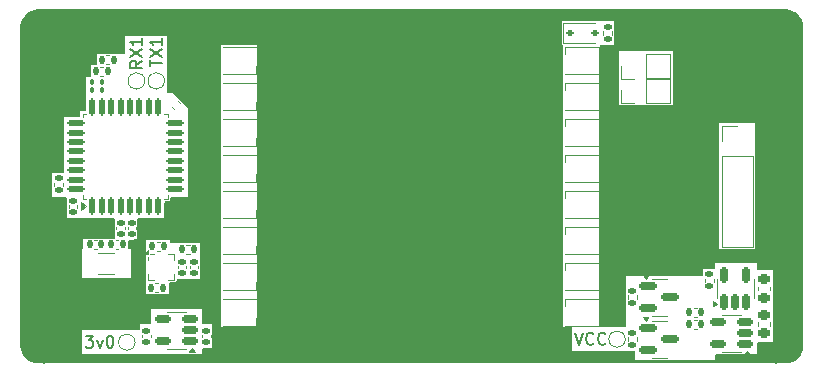
<source format=gbr>
%TF.GenerationSoftware,KiCad,Pcbnew,8.0.6*%
%TF.CreationDate,2025-01-18T09:09:30-05:00*%
%TF.ProjectId,mainboard,6d61696e-626f-4617-9264-2e6b69636164,rev?*%
%TF.SameCoordinates,Original*%
%TF.FileFunction,Legend,Top*%
%TF.FilePolarity,Positive*%
%FSLAX46Y46*%
G04 Gerber Fmt 4.6, Leading zero omitted, Abs format (unit mm)*
G04 Created by KiCad (PCBNEW 8.0.6) date 2025-01-18 09:09:30*
%MOMM*%
%LPD*%
G01*
G04 APERTURE LIST*
G04 Aperture macros list*
%AMRoundRect*
0 Rectangle with rounded corners*
0 $1 Rounding radius*
0 $2 $3 $4 $5 $6 $7 $8 $9 X,Y pos of 4 corners*
0 Add a 4 corners polygon primitive as box body*
4,1,4,$2,$3,$4,$5,$6,$7,$8,$9,$2,$3,0*
0 Add four circle primitives for the rounded corners*
1,1,$1+$1,$2,$3*
1,1,$1+$1,$4,$5*
1,1,$1+$1,$6,$7*
1,1,$1+$1,$8,$9*
0 Add four rect primitives between the rounded corners*
20,1,$1+$1,$2,$3,$4,$5,0*
20,1,$1+$1,$4,$5,$6,$7,0*
20,1,$1+$1,$6,$7,$8,$9,0*
20,1,$1+$1,$8,$9,$2,$3,0*%
G04 Aperture macros list end*
%ADD10C,0.150000*%
%ADD11C,0.120000*%
%ADD12C,0.100000*%
%ADD13RoundRect,0.135000X0.135000X0.185000X-0.135000X0.185000X-0.135000X-0.185000X0.135000X-0.185000X0*%
%ADD14RoundRect,0.135000X-0.135000X-0.185000X0.135000X-0.185000X0.135000X0.185000X-0.135000X0.185000X0*%
%ADD15RoundRect,0.150000X0.150000X-0.512500X0.150000X0.512500X-0.150000X0.512500X-0.150000X-0.512500X0*%
%ADD16RoundRect,0.125000X0.125000X-0.625000X0.125000X0.625000X-0.125000X0.625000X-0.125000X-0.625000X0*%
%ADD17RoundRect,0.125000X0.625000X-0.125000X0.625000X0.125000X-0.625000X0.125000X-0.625000X-0.125000X0*%
%ADD18R,1.350000X1.350000*%
%ADD19O,1.350000X1.350000*%
%ADD20RoundRect,0.150000X0.512500X0.150000X-0.512500X0.150000X-0.512500X-0.150000X0.512500X-0.150000X0*%
%ADD21R,0.700000X0.700000*%
%ADD22R,1.700000X1.700000*%
%ADD23O,1.700000X1.700000*%
%ADD24RoundRect,0.140000X-0.170000X0.140000X-0.170000X-0.140000X0.170000X-0.140000X0.170000X0.140000X0*%
%ADD25RoundRect,0.150000X-0.587500X-0.150000X0.587500X-0.150000X0.587500X0.150000X-0.587500X0.150000X0*%
%ADD26RoundRect,0.140000X0.170000X-0.140000X0.170000X0.140000X-0.170000X0.140000X-0.170000X-0.140000X0*%
%ADD27RoundRect,0.225000X-0.250000X0.225000X-0.250000X-0.225000X0.250000X-0.225000X0.250000X0.225000X0*%
%ADD28R,1.000000X1.800000*%
%ADD29R,0.375000X0.350000*%
%ADD30R,0.350000X0.375000*%
%ADD31RoundRect,0.112500X-0.187500X-0.112500X0.187500X-0.112500X0.187500X0.112500X-0.187500X0.112500X0*%
%ADD32C,1.000000*%
%ADD33R,0.170000X0.350000*%
%ADD34RoundRect,0.140000X-0.140000X-0.170000X0.140000X-0.170000X0.140000X0.170000X-0.140000X0.170000X0*%
%ADD35RoundRect,0.135000X0.185000X-0.135000X0.185000X0.135000X-0.185000X0.135000X-0.185000X-0.135000X0*%
%ADD36RoundRect,0.135000X-0.185000X0.135000X-0.185000X-0.135000X0.185000X-0.135000X0.185000X0.135000X0*%
%ADD37RoundRect,0.100000X0.100000X-0.130000X0.100000X0.130000X-0.100000X0.130000X-0.100000X-0.130000X0*%
%ADD38RoundRect,0.140000X0.140000X0.170000X-0.140000X0.170000X-0.140000X-0.170000X0.140000X-0.170000X0*%
%ADD39RoundRect,0.140000X-0.219203X-0.021213X-0.021213X-0.219203X0.219203X0.021213X0.021213X0.219203X0*%
G04 APERTURE END LIST*
D10*
X216662000Y-76200000D02*
X216662000Y-106172000D01*
X154686000Y-76200000D02*
X154686000Y-106172000D01*
X173101000Y-76454000D02*
X198247000Y-76454000D01*
X198247000Y-105918000D01*
X173101000Y-105918000D01*
X173101000Y-76454000D01*
X158194524Y-103848819D02*
X158813571Y-103848819D01*
X158813571Y-103848819D02*
X158480238Y-104229771D01*
X158480238Y-104229771D02*
X158623095Y-104229771D01*
X158623095Y-104229771D02*
X158718333Y-104277390D01*
X158718333Y-104277390D02*
X158765952Y-104325009D01*
X158765952Y-104325009D02*
X158813571Y-104420247D01*
X158813571Y-104420247D02*
X158813571Y-104658342D01*
X158813571Y-104658342D02*
X158765952Y-104753580D01*
X158765952Y-104753580D02*
X158718333Y-104801200D01*
X158718333Y-104801200D02*
X158623095Y-104848819D01*
X158623095Y-104848819D02*
X158337381Y-104848819D01*
X158337381Y-104848819D02*
X158242143Y-104801200D01*
X158242143Y-104801200D02*
X158194524Y-104753580D01*
X159146905Y-104182152D02*
X159385000Y-104848819D01*
X159385000Y-104848819D02*
X159623095Y-104182152D01*
X160194524Y-103848819D02*
X160289762Y-103848819D01*
X160289762Y-103848819D02*
X160385000Y-103896438D01*
X160385000Y-103896438D02*
X160432619Y-103944057D01*
X160432619Y-103944057D02*
X160480238Y-104039295D01*
X160480238Y-104039295D02*
X160527857Y-104229771D01*
X160527857Y-104229771D02*
X160527857Y-104467866D01*
X160527857Y-104467866D02*
X160480238Y-104658342D01*
X160480238Y-104658342D02*
X160432619Y-104753580D01*
X160432619Y-104753580D02*
X160385000Y-104801200D01*
X160385000Y-104801200D02*
X160289762Y-104848819D01*
X160289762Y-104848819D02*
X160194524Y-104848819D01*
X160194524Y-104848819D02*
X160099286Y-104801200D01*
X160099286Y-104801200D02*
X160051667Y-104753580D01*
X160051667Y-104753580D02*
X160004048Y-104658342D01*
X160004048Y-104658342D02*
X159956429Y-104467866D01*
X159956429Y-104467866D02*
X159956429Y-104229771D01*
X159956429Y-104229771D02*
X160004048Y-104039295D01*
X160004048Y-104039295D02*
X160051667Y-103944057D01*
X160051667Y-103944057D02*
X160099286Y-103896438D01*
X160099286Y-103896438D02*
X160194524Y-103848819D01*
X199606067Y-103594819D02*
X199939400Y-104594819D01*
X199939400Y-104594819D02*
X200272733Y-103594819D01*
X201177495Y-104499580D02*
X201129876Y-104547200D01*
X201129876Y-104547200D02*
X200987019Y-104594819D01*
X200987019Y-104594819D02*
X200891781Y-104594819D01*
X200891781Y-104594819D02*
X200748924Y-104547200D01*
X200748924Y-104547200D02*
X200653686Y-104451961D01*
X200653686Y-104451961D02*
X200606067Y-104356723D01*
X200606067Y-104356723D02*
X200558448Y-104166247D01*
X200558448Y-104166247D02*
X200558448Y-104023390D01*
X200558448Y-104023390D02*
X200606067Y-103832914D01*
X200606067Y-103832914D02*
X200653686Y-103737676D01*
X200653686Y-103737676D02*
X200748924Y-103642438D01*
X200748924Y-103642438D02*
X200891781Y-103594819D01*
X200891781Y-103594819D02*
X200987019Y-103594819D01*
X200987019Y-103594819D02*
X201129876Y-103642438D01*
X201129876Y-103642438D02*
X201177495Y-103690057D01*
X202177495Y-104499580D02*
X202129876Y-104547200D01*
X202129876Y-104547200D02*
X201987019Y-104594819D01*
X201987019Y-104594819D02*
X201891781Y-104594819D01*
X201891781Y-104594819D02*
X201748924Y-104547200D01*
X201748924Y-104547200D02*
X201653686Y-104451961D01*
X201653686Y-104451961D02*
X201606067Y-104356723D01*
X201606067Y-104356723D02*
X201558448Y-104166247D01*
X201558448Y-104166247D02*
X201558448Y-104023390D01*
X201558448Y-104023390D02*
X201606067Y-103832914D01*
X201606067Y-103832914D02*
X201653686Y-103737676D01*
X201653686Y-103737676D02*
X201748924Y-103642438D01*
X201748924Y-103642438D02*
X201891781Y-103594819D01*
X201891781Y-103594819D02*
X201987019Y-103594819D01*
X201987019Y-103594819D02*
X202129876Y-103642438D01*
X202129876Y-103642438D02*
X202177495Y-103690057D01*
X163615019Y-81044894D02*
X163615019Y-80473466D01*
X164615019Y-80759180D02*
X163615019Y-80759180D01*
X163615019Y-80235370D02*
X164615019Y-79568704D01*
X163615019Y-79568704D02*
X164615019Y-80235370D01*
X164615019Y-78663942D02*
X164615019Y-79235370D01*
X164615019Y-78949656D02*
X163615019Y-78949656D01*
X163615019Y-78949656D02*
X163757876Y-79044894D01*
X163757876Y-79044894D02*
X163853114Y-79140132D01*
X163853114Y-79140132D02*
X163900733Y-79235370D01*
X162938619Y-80576657D02*
X162462428Y-80909990D01*
X162938619Y-81148085D02*
X161938619Y-81148085D01*
X161938619Y-81148085D02*
X161938619Y-80767133D01*
X161938619Y-80767133D02*
X161986238Y-80671895D01*
X161986238Y-80671895D02*
X162033857Y-80624276D01*
X162033857Y-80624276D02*
X162129095Y-80576657D01*
X162129095Y-80576657D02*
X162271952Y-80576657D01*
X162271952Y-80576657D02*
X162367190Y-80624276D01*
X162367190Y-80624276D02*
X162414809Y-80671895D01*
X162414809Y-80671895D02*
X162462428Y-80767133D01*
X162462428Y-80767133D02*
X162462428Y-81148085D01*
X161938619Y-80243323D02*
X162938619Y-79576657D01*
X161938619Y-79576657D02*
X162938619Y-80243323D01*
X162938619Y-78671895D02*
X162938619Y-79243323D01*
X162938619Y-78957609D02*
X161938619Y-78957609D01*
X161938619Y-78957609D02*
X162081476Y-79052847D01*
X162081476Y-79052847D02*
X162176714Y-79148085D01*
X162176714Y-79148085D02*
X162224333Y-79243323D01*
D11*
%TO.C,R5*%
X209957641Y-102490000D02*
X209650359Y-102490000D01*
X209957641Y-103250000D02*
X209650359Y-103250000D01*
%TO.C,R13*%
X159383759Y-81077800D02*
X159691041Y-81077800D01*
X159383759Y-81837800D02*
X159691041Y-81837800D01*
%TO.C,U5*%
X211622200Y-99822000D02*
X211622200Y-99022000D01*
X211622200Y-99822000D02*
X211622200Y-100622000D01*
X214742200Y-99822000D02*
X214742200Y-99022000D01*
X214742200Y-99822000D02*
X214742200Y-100622000D01*
X211672200Y-101122000D02*
X211342200Y-101362000D01*
X211342200Y-100882000D01*
X211672200Y-101122000D01*
G36*
X211672200Y-101122000D02*
G01*
X211342200Y-101362000D01*
X211342200Y-100882000D01*
X211672200Y-101122000D01*
G37*
%TO.C,U4*%
X157934000Y-85036000D02*
X158234000Y-85036000D01*
X157934000Y-85336000D02*
X157934000Y-85036000D01*
X157934000Y-91956000D02*
X157934000Y-92256000D01*
X157934000Y-92256000D02*
X158234000Y-92256000D01*
X165154000Y-85036000D02*
X164854000Y-85036000D01*
X165154000Y-85336000D02*
X165154000Y-85036000D01*
X165154000Y-91956000D02*
X165154000Y-92256000D01*
X165154000Y-92256000D02*
X164854000Y-92256000D01*
X158234000Y-92858500D02*
X157764000Y-93198500D01*
X157764000Y-92518500D01*
X158234000Y-92858500D01*
G36*
X158234000Y-92858500D02*
G01*
X157764000Y-93198500D01*
X157764000Y-92518500D01*
X158234000Y-92858500D01*
G37*
%TO.C,R6*%
X164184359Y-95886000D02*
X164491641Y-95886000D01*
X164184359Y-96646000D02*
X164491641Y-96646000D01*
%TO.C,J3*%
X203537000Y-82086000D02*
X203537000Y-81026000D01*
X204597000Y-82086000D02*
X203537000Y-82086000D01*
X205597000Y-79966000D02*
X207657000Y-79966000D01*
X205597000Y-82086000D02*
X205597000Y-79966000D01*
X205597000Y-82086000D02*
X207657000Y-82086000D01*
X207657000Y-82086000D02*
X207657000Y-79966000D01*
%TO.C,U1*%
X165862000Y-101818000D02*
X165062000Y-101818000D01*
X165862000Y-101818000D02*
X166662000Y-101818000D01*
X165862000Y-104938000D02*
X165062000Y-104938000D01*
X165862000Y-104938000D02*
X166662000Y-104938000D01*
X167402000Y-105218000D02*
X166922000Y-105218000D01*
X167162000Y-104888000D01*
X167402000Y-105218000D01*
G36*
X167402000Y-105218000D02*
G01*
X166922000Y-105218000D01*
X167162000Y-104888000D01*
X167402000Y-105218000D01*
G37*
%TO.C,R7*%
X164031959Y-99416600D02*
X164339241Y-99416600D01*
X164031959Y-100176600D02*
X164339241Y-100176600D01*
%TO.C,D2*%
X172616000Y-82416000D02*
X169776000Y-82416000D01*
X172616000Y-84716000D02*
X169776000Y-84716000D01*
X172616000Y-84716000D02*
X172616000Y-84066000D01*
%TO.C,J1*%
X212030000Y-86056000D02*
X213360000Y-86056000D01*
X212030000Y-87386000D02*
X212030000Y-86056000D01*
X212030000Y-88656000D02*
X212030000Y-96336000D01*
X212030000Y-88656000D02*
X214690000Y-88656000D01*
X212030000Y-96336000D02*
X214690000Y-96336000D01*
X214690000Y-88656000D02*
X214690000Y-96336000D01*
%TO.C,C3*%
X165984600Y-97936164D02*
X165984600Y-98151836D01*
X166704600Y-97936164D02*
X166704600Y-98151836D01*
%TO.C,C4*%
X167000600Y-97936164D02*
X167000600Y-98151836D01*
X167720600Y-97936164D02*
X167720600Y-98151836D01*
%TO.C,Q2*%
X206756000Y-99024000D02*
X206106000Y-99024000D01*
X206756000Y-99024000D02*
X207406000Y-99024000D01*
X206756000Y-102144000D02*
X206106000Y-102144000D01*
X206756000Y-102144000D02*
X207406000Y-102144000D01*
X205593500Y-99074000D02*
X205353500Y-98744000D01*
X205833500Y-98744000D01*
X205593500Y-99074000D01*
G36*
X205593500Y-99074000D02*
G01*
X205353500Y-98744000D01*
X205833500Y-98744000D01*
X205593500Y-99074000D01*
G37*
%TO.C,C10*%
X160777600Y-94849836D02*
X160777600Y-94634164D01*
X161497600Y-94849836D02*
X161497600Y-94634164D01*
%TO.C,D7*%
X172616000Y-97656000D02*
X169776000Y-97656000D01*
X172616000Y-99956000D02*
X169776000Y-99956000D01*
X172616000Y-99956000D02*
X172616000Y-99306000D01*
%TO.C,C15*%
X215136000Y-102704020D02*
X215136000Y-102985180D01*
X216156000Y-102704020D02*
X216156000Y-102985180D01*
%TO.C,Y1*%
X159243400Y-96864200D02*
X160593400Y-96864200D01*
X159243400Y-98614200D02*
X160593400Y-98614200D01*
%TO.C,R2*%
X167006241Y-96140000D02*
X166698959Y-96140000D01*
X167006241Y-96900000D02*
X166698959Y-96900000D01*
%TO.C,U2*%
X212852000Y-102072000D02*
X212052000Y-102072000D01*
X212852000Y-102072000D02*
X213652000Y-102072000D01*
X212852000Y-105192000D02*
X212052000Y-105192000D01*
X212852000Y-105192000D02*
X213652000Y-105192000D01*
X214392000Y-105472000D02*
X213912000Y-105472000D01*
X214152000Y-105142000D01*
X214392000Y-105472000D01*
G36*
X214392000Y-105472000D02*
G01*
X213912000Y-105472000D01*
X214152000Y-105142000D01*
X214392000Y-105472000D01*
G37*
%TO.C,U3*%
X163466600Y-96944000D02*
X163466600Y-96944000D01*
X163466600Y-97444000D02*
X163466600Y-97144000D01*
X163466600Y-98644000D02*
X163466600Y-98644000D01*
X163466600Y-99144000D02*
X163466600Y-98644000D01*
X163966600Y-96944000D02*
X163666600Y-96944000D01*
X163966600Y-99144000D02*
X163466600Y-99144000D01*
X165166600Y-96944000D02*
X165666600Y-96944000D01*
X165166600Y-99144000D02*
X165166600Y-99144000D01*
X165666600Y-96944000D02*
X165666600Y-97444000D01*
X165666600Y-97444000D02*
X165666600Y-97444000D01*
X165666600Y-98644000D02*
X165666600Y-99144000D01*
X165666600Y-99144000D02*
X165166600Y-99144000D01*
X163466600Y-96944000D02*
X163106600Y-96944000D01*
X163466600Y-96584000D01*
X163466600Y-96944000D01*
G36*
X163466600Y-96944000D02*
G01*
X163106600Y-96944000D01*
X163466600Y-96584000D01*
X163466600Y-96944000D01*
G37*
%TO.C,D33*%
X198635000Y-77382000D02*
X198635000Y-79082000D01*
X198635000Y-77382000D02*
X201295000Y-77382000D01*
X198635000Y-79082000D02*
X201295000Y-79082000D01*
%TO.C,D3*%
X172616000Y-85464000D02*
X169776000Y-85464000D01*
X172616000Y-87764000D02*
X169776000Y-87764000D01*
X172616000Y-87764000D02*
X172616000Y-87114000D01*
%TO.C,C8*%
X168042000Y-103993836D02*
X168042000Y-103778164D01*
X168762000Y-103993836D02*
X168762000Y-103778164D01*
%TO.C,3v0*%
X162371000Y-104394000D02*
G75*
G02*
X160971000Y-104394000I-700000J0D01*
G01*
X160971000Y-104394000D02*
G75*
G02*
X162371000Y-104394000I700000J0D01*
G01*
D12*
%TO.C,IC1*%
X210204000Y-102940000D02*
X210204000Y-102940000D01*
X210204000Y-103040000D02*
X210204000Y-103040000D01*
X210204000Y-102940000D02*
G75*
G02*
X210204000Y-103040000I0J-50000D01*
G01*
X210204000Y-103040000D02*
G75*
G02*
X210204000Y-102940000I0J50000D01*
G01*
D11*
%TO.C,D9*%
X198732000Y-100704000D02*
X198732000Y-101354000D01*
X198732000Y-100704000D02*
X201572000Y-100704000D01*
X198732000Y-103004000D02*
X201572000Y-103004000D01*
%TO.C,J2*%
X203537000Y-84118000D02*
X203537000Y-83058000D01*
X204597000Y-84118000D02*
X203537000Y-84118000D01*
X205597000Y-81998000D02*
X207657000Y-81998000D01*
X205597000Y-84118000D02*
X205597000Y-81998000D01*
X205597000Y-84118000D02*
X207657000Y-84118000D01*
X207657000Y-84118000D02*
X207657000Y-81998000D01*
%TO.C,D16*%
X198732000Y-79368000D02*
X198732000Y-80018000D01*
X198732000Y-79368000D02*
X201572000Y-79368000D01*
X198732000Y-81668000D02*
X201572000Y-81668000D01*
%TO.C,C12*%
X158896164Y-95753600D02*
X159111836Y-95753600D01*
X158896164Y-96473600D02*
X159111836Y-96473600D01*
%TO.C,D11*%
X198732000Y-94608000D02*
X198732000Y-95258000D01*
X198732000Y-94608000D02*
X201572000Y-94608000D01*
X198732000Y-96908000D02*
X201572000Y-96908000D01*
%TO.C,D14*%
X198732000Y-85464000D02*
X198732000Y-86114000D01*
X198732000Y-85464000D02*
X201572000Y-85464000D01*
X198732000Y-87764000D02*
X201572000Y-87764000D01*
%TO.C,R8*%
X210592400Y-99315241D02*
X210592400Y-99007959D01*
X211352400Y-99315241D02*
X211352400Y-99007959D01*
%TO.C,TP9*%
X203874600Y-104140000D02*
G75*
G02*
X202474600Y-104140000I-700000J0D01*
G01*
X202474600Y-104140000D02*
G75*
G02*
X203874600Y-104140000I700000J0D01*
G01*
%TO.C,R14*%
X159891759Y-80112600D02*
X160199041Y-80112600D01*
X159891759Y-80872600D02*
X160199041Y-80872600D01*
%TO.C,TX1*%
X164860200Y-82270600D02*
G75*
G02*
X163460200Y-82270600I-700000J0D01*
G01*
X163460200Y-82270600D02*
G75*
G02*
X164860200Y-82270600I700000J0D01*
G01*
%TO.C,R10*%
X202007200Y-78078359D02*
X202007200Y-78385641D01*
X202767200Y-78078359D02*
X202767200Y-78385641D01*
%TO.C,C14*%
X215136000Y-99706820D02*
X215136000Y-99987980D01*
X216156000Y-99706820D02*
X216156000Y-99987980D01*
%TO.C,D1*%
X172616000Y-79368000D02*
X169776000Y-79368000D01*
X172616000Y-81668000D02*
X169776000Y-81668000D01*
X172616000Y-81668000D02*
X172616000Y-81018000D01*
%TO.C,R4*%
X155525200Y-91187241D02*
X155525200Y-90879959D01*
X156285200Y-91187241D02*
X156285200Y-90879959D01*
%TO.C,C13*%
X160940636Y-95753600D02*
X160724964Y-95753600D01*
X160940636Y-96473600D02*
X160724964Y-96473600D01*
%TO.C,D4*%
X172616000Y-88512000D02*
X169776000Y-88512000D01*
X172616000Y-90812000D02*
X169776000Y-90812000D01*
X172616000Y-90812000D02*
X172616000Y-90162000D01*
%TO.C,D6*%
X172616000Y-94608000D02*
X169776000Y-94608000D01*
X172616000Y-96908000D02*
X169776000Y-96908000D01*
X172616000Y-96908000D02*
X172616000Y-96258000D01*
%TO.C,D8*%
X172616000Y-100704000D02*
X169776000Y-100704000D01*
X172616000Y-103004000D02*
X169776000Y-103004000D01*
X172616000Y-103004000D02*
X172616000Y-102354000D01*
%TO.C,C6*%
X156764400Y-93021036D02*
X156764400Y-92805364D01*
X157484400Y-93021036D02*
X157484400Y-92805364D01*
%TO.C,RX1*%
X163183800Y-82270600D02*
G75*
G02*
X161783800Y-82270600I-700000J0D01*
G01*
X161783800Y-82270600D02*
G75*
G02*
X163183800Y-82270600I700000J0D01*
G01*
%TO.C,D13*%
X198732000Y-88512000D02*
X198732000Y-89162000D01*
X198732000Y-88512000D02*
X201572000Y-88512000D01*
X198732000Y-90812000D02*
X201572000Y-90812000D01*
%TO.C,D5*%
X172616000Y-91560000D02*
X169776000Y-91560000D01*
X172616000Y-93860000D02*
X169776000Y-93860000D01*
X172616000Y-93860000D02*
X172616000Y-93210000D01*
%TO.C,D12*%
X198732000Y-91560000D02*
X198732000Y-92210000D01*
X198732000Y-91560000D02*
X201572000Y-91560000D01*
X198732000Y-93860000D02*
X201572000Y-93860000D01*
%TO.C,R11*%
X209957641Y-101474000D02*
X209650359Y-101474000D01*
X209957641Y-102234000D02*
X209650359Y-102234000D01*
%TO.C,R9*%
X204090000Y-100737641D02*
X204090000Y-100430359D01*
X204850000Y-100737641D02*
X204850000Y-100430359D01*
%TO.C,R1*%
X204090000Y-104293641D02*
X204090000Y-103986359D01*
X204850000Y-104293641D02*
X204850000Y-103986359D01*
%TO.C,Q1*%
X206756000Y-102580000D02*
X206106000Y-102580000D01*
X206756000Y-102580000D02*
X207406000Y-102580000D01*
X206756000Y-105700000D02*
X206106000Y-105700000D01*
X206756000Y-105700000D02*
X207406000Y-105700000D01*
X205593500Y-102630000D02*
X205353500Y-102300000D01*
X205833500Y-102300000D01*
X205593500Y-102630000D01*
G36*
X205593500Y-102630000D02*
G01*
X205353500Y-102300000D01*
X205833500Y-102300000D01*
X205593500Y-102630000D01*
G37*
%TO.C,D15*%
X198732000Y-82416000D02*
X198732000Y-83066000D01*
X198732000Y-82416000D02*
X201572000Y-82416000D01*
X198732000Y-84716000D02*
X201572000Y-84716000D01*
%TO.C,C9*%
X162962000Y-103993836D02*
X162962000Y-103778164D01*
X163682000Y-103993836D02*
X163682000Y-103778164D01*
%TO.C,C7*%
X161742800Y-94634164D02*
X161742800Y-94849836D01*
X162462800Y-94634164D02*
X162462800Y-94849836D01*
%TO.C,C5*%
X165531190Y-84506307D02*
X165683693Y-84658810D01*
X166040307Y-83997190D02*
X166192810Y-84149693D01*
%TO.C,D10*%
X198732000Y-97656000D02*
X198732000Y-98306000D01*
X198732000Y-97656000D02*
X201572000Y-97656000D01*
X198732000Y-99956000D02*
X201572000Y-99956000D01*
%TD*%
G36*
X217425223Y-76200024D02*
G01*
X217535222Y-76202181D01*
X217552189Y-76203684D01*
X217770680Y-76238290D01*
X217789600Y-76242832D01*
X217998827Y-76310813D01*
X218016804Y-76318259D01*
X218212826Y-76418138D01*
X218229416Y-76428305D01*
X218407393Y-76557612D01*
X218422189Y-76570249D01*
X218577750Y-76725810D01*
X218590387Y-76740606D01*
X218719694Y-76918583D01*
X218729861Y-76935173D01*
X218829740Y-77131195D01*
X218837186Y-77149172D01*
X218905167Y-77358399D01*
X218909709Y-77377319D01*
X218944315Y-77595810D01*
X218945818Y-77612776D01*
X218947976Y-77722776D01*
X218948000Y-77725208D01*
X218948000Y-104646791D01*
X218947976Y-104649223D01*
X218945818Y-104759223D01*
X218944315Y-104776189D01*
X218909709Y-104994680D01*
X218905167Y-105013600D01*
X218837186Y-105222827D01*
X218829740Y-105240804D01*
X218729861Y-105436826D01*
X218719694Y-105453416D01*
X218590387Y-105631393D01*
X218577750Y-105646189D01*
X218422189Y-105801750D01*
X218407393Y-105814387D01*
X218229416Y-105943694D01*
X218212826Y-105953861D01*
X218016804Y-106053740D01*
X217998827Y-106061186D01*
X217789600Y-106129167D01*
X217770680Y-106133709D01*
X217552189Y-106168315D01*
X217535223Y-106169818D01*
X217425224Y-106171976D01*
X217422792Y-106172000D01*
X154179208Y-106172000D01*
X154176776Y-106171976D01*
X154066776Y-106169818D01*
X154049810Y-106168315D01*
X153831319Y-106133709D01*
X153812399Y-106129167D01*
X153603172Y-106061186D01*
X153585195Y-106053740D01*
X153389173Y-105953861D01*
X153372583Y-105943694D01*
X153194606Y-105814387D01*
X153179810Y-105801750D01*
X153024249Y-105646189D01*
X153011612Y-105631393D01*
X152882305Y-105453416D01*
X152872138Y-105436826D01*
X152772259Y-105240804D01*
X152764813Y-105222827D01*
X152696832Y-105013600D01*
X152692290Y-104994680D01*
X152657684Y-104776189D01*
X152656181Y-104759222D01*
X152654024Y-104649222D01*
X152654000Y-104646791D01*
X152654000Y-103378000D01*
X157861000Y-103378000D01*
X157861000Y-105410000D01*
X168021000Y-105410000D01*
X168021000Y-105026000D01*
X168040685Y-104958961D01*
X168093489Y-104913206D01*
X168145000Y-104902000D01*
X168910000Y-104902000D01*
X168910000Y-103124000D01*
X169672000Y-103124000D01*
X172720000Y-103124000D01*
X172720000Y-79248000D01*
X198501000Y-79248000D01*
X198504000Y-79248000D01*
X198571039Y-79267685D01*
X198616794Y-79320489D01*
X198628000Y-79372000D01*
X198628000Y-103124000D01*
X199266000Y-103124000D01*
X199333039Y-103143685D01*
X199378794Y-103196489D01*
X199390000Y-103248000D01*
X199390000Y-105156000D01*
X204600000Y-105156000D01*
X204667039Y-105175685D01*
X204712794Y-105228489D01*
X204724000Y-105280000D01*
X204724000Y-105918000D01*
X211455000Y-105918000D01*
X211455000Y-105534000D01*
X211474685Y-105466961D01*
X211527489Y-105421206D01*
X211579000Y-105410000D01*
X215011000Y-105410000D01*
X215011000Y-104518000D01*
X215030685Y-104450961D01*
X215083489Y-104405206D01*
X215135000Y-104394000D01*
X216408000Y-104394000D01*
X216408000Y-98298000D01*
X215135000Y-98298000D01*
X215067961Y-98278315D01*
X215022206Y-98225511D01*
X215011000Y-98174000D01*
X215011000Y-97663000D01*
X211455000Y-97663000D01*
X211455000Y-98047000D01*
X211435315Y-98114039D01*
X211382511Y-98159794D01*
X211331000Y-98171000D01*
X210439000Y-98171000D01*
X210439000Y-98682000D01*
X210419315Y-98749039D01*
X210366511Y-98794794D01*
X210315000Y-98806000D01*
X203962000Y-98806000D01*
X203962000Y-103000000D01*
X203942315Y-103067039D01*
X203889511Y-103112794D01*
X203838000Y-103124000D01*
X201800000Y-103124000D01*
X201732961Y-103104315D01*
X201687206Y-103051511D01*
X201676000Y-103000000D01*
X201676000Y-96520000D01*
X211836000Y-96520000D01*
X214884000Y-96520000D01*
X214884000Y-85852000D01*
X211836000Y-85852000D01*
X211836000Y-96520000D01*
X201676000Y-96520000D01*
X201676000Y-84328000D01*
X203327000Y-84328000D01*
X207899000Y-84328000D01*
X207899000Y-79756000D01*
X203327000Y-79756000D01*
X203327000Y-84328000D01*
X201676000Y-84328000D01*
X201676000Y-79372000D01*
X201695685Y-79304961D01*
X201748489Y-79259206D01*
X201800000Y-79248000D01*
X202946000Y-79248000D01*
X202946000Y-77216000D01*
X198501000Y-77216000D01*
X198501000Y-79248000D01*
X172720000Y-79248000D01*
X169672000Y-79248000D01*
X169672000Y-103124000D01*
X168910000Y-103124000D01*
X168910000Y-102870000D01*
X168145000Y-102870000D01*
X168077961Y-102850315D01*
X168032206Y-102797511D01*
X168021000Y-102746000D01*
X168021000Y-101600000D01*
X163703000Y-101600000D01*
X163703000Y-102746000D01*
X163683315Y-102813039D01*
X163630511Y-102858794D01*
X163579000Y-102870000D01*
X162814000Y-102870000D01*
X162814000Y-103254000D01*
X162794315Y-103321039D01*
X162741511Y-103366794D01*
X162690000Y-103378000D01*
X157861000Y-103378000D01*
X152654000Y-103378000D01*
X152654000Y-100330000D01*
X163322000Y-100330000D01*
X165227000Y-100330000D01*
X165227000Y-99438000D01*
X165246685Y-99370961D01*
X165299489Y-99325206D01*
X165351000Y-99314000D01*
X165862000Y-99314000D01*
X165862000Y-99184000D01*
X165881685Y-99116961D01*
X165934489Y-99071206D01*
X165986000Y-99060000D01*
X167894000Y-99060000D01*
X167894000Y-96012000D01*
X165478000Y-96012000D01*
X165410961Y-95992315D01*
X165365206Y-95939511D01*
X165354000Y-95888000D01*
X165354000Y-95758000D01*
X163322000Y-95758000D01*
X163322000Y-100330000D01*
X152654000Y-100330000D01*
X152654000Y-90043000D01*
X155321000Y-90043000D01*
X155321000Y-92075000D01*
X156467000Y-92075000D01*
X156534039Y-92094685D01*
X156579794Y-92147489D01*
X156591000Y-92199000D01*
X156591000Y-93853000D01*
X160531000Y-93853000D01*
X160598039Y-93872685D01*
X160643794Y-93925489D01*
X160655000Y-93977000D01*
X160655000Y-95507000D01*
X160635315Y-95574039D01*
X160582511Y-95619794D01*
X160531000Y-95631000D01*
X157988000Y-95631000D01*
X157988000Y-96396000D01*
X157968315Y-96463039D01*
X157915511Y-96508794D01*
X157864000Y-96520000D01*
X157861000Y-96520000D01*
X157861000Y-98933000D01*
X162052000Y-98933000D01*
X162052000Y-96520000D01*
X161922000Y-96520000D01*
X161854961Y-96500315D01*
X161809206Y-96447511D01*
X161798000Y-96396000D01*
X161798000Y-95863043D01*
X161817685Y-95796004D01*
X161870489Y-95750249D01*
X161901615Y-95740730D01*
X162559999Y-95630999D01*
X162560000Y-95630999D01*
X162560000Y-93977000D01*
X162579685Y-93909961D01*
X162632489Y-93864206D01*
X162684000Y-93853000D01*
X164846000Y-93853000D01*
X164846000Y-92580000D01*
X164865685Y-92512961D01*
X164918489Y-92467206D01*
X164970000Y-92456000D01*
X165354000Y-92456000D01*
X165354000Y-92199000D01*
X165373685Y-92131961D01*
X165426489Y-92086206D01*
X165478000Y-92075000D01*
X166878000Y-92075000D01*
X166878000Y-84582000D01*
X165608000Y-83312000D01*
X165224000Y-83312000D01*
X165156961Y-83292315D01*
X165111206Y-83239511D01*
X165100000Y-83188000D01*
X165100000Y-78486000D01*
X161544000Y-78486000D01*
X161544000Y-79886000D01*
X161524315Y-79953039D01*
X161471511Y-79998794D01*
X161420000Y-80010000D01*
X159131000Y-80010000D01*
X159131000Y-80775000D01*
X159111315Y-80842039D01*
X159058511Y-80887794D01*
X159007000Y-80899000D01*
X158623000Y-80899000D01*
X158623000Y-81791000D01*
X158603315Y-81858039D01*
X158550511Y-81903794D01*
X158499000Y-81915000D01*
X158242000Y-81915000D01*
X158242000Y-84712000D01*
X158222315Y-84779039D01*
X158169511Y-84824794D01*
X158118000Y-84836000D01*
X157734000Y-84836000D01*
X157734000Y-85220000D01*
X157714315Y-85287039D01*
X157661511Y-85332794D01*
X157610000Y-85344000D01*
X156337000Y-85344000D01*
X156337000Y-89919000D01*
X156317315Y-89986039D01*
X156264511Y-90031794D01*
X156213000Y-90043000D01*
X155321000Y-90043000D01*
X152654000Y-90043000D01*
X152654000Y-77725208D01*
X152654024Y-77722777D01*
X152656181Y-77612777D01*
X152657684Y-77595810D01*
X152692290Y-77377319D01*
X152696832Y-77358399D01*
X152764813Y-77149172D01*
X152772259Y-77131195D01*
X152872138Y-76935173D01*
X152882305Y-76918583D01*
X153011612Y-76740606D01*
X153024249Y-76725810D01*
X153179810Y-76570249D01*
X153194606Y-76557612D01*
X153372583Y-76428305D01*
X153389173Y-76418138D01*
X153585195Y-76318259D01*
X153603172Y-76310813D01*
X153812399Y-76242832D01*
X153831319Y-76238290D01*
X154049810Y-76203684D01*
X154066777Y-76202181D01*
X154176777Y-76200024D01*
X154179208Y-76200000D01*
X217422792Y-76200000D01*
X217425223Y-76200024D01*
G37*
%LPC*%
D13*
%TO.C,R5*%
X210314000Y-102870000D03*
X209294000Y-102870000D03*
%TD*%
D14*
%TO.C,R13*%
X159027400Y-81457800D03*
X160047400Y-81457800D03*
%TD*%
D15*
%TO.C,U5*%
X212232200Y-100959500D03*
X213182200Y-100959500D03*
X214132200Y-100959500D03*
X214132200Y-98684500D03*
X212232200Y-98684500D03*
%TD*%
D16*
%TO.C,U4*%
X158744000Y-92821000D03*
X159544000Y-92821000D03*
X160344000Y-92821000D03*
X161144000Y-92821000D03*
X161944000Y-92821000D03*
X162744000Y-92821000D03*
X163544000Y-92821000D03*
X164344000Y-92821000D03*
D17*
X165719000Y-91446000D03*
X165719000Y-90646000D03*
X165719000Y-89846000D03*
X165719000Y-89046000D03*
X165719000Y-88246000D03*
X165719000Y-87446000D03*
X165719000Y-86646000D03*
X165719000Y-85846000D03*
D16*
X164344000Y-84471000D03*
X163544000Y-84471000D03*
X162744000Y-84471000D03*
X161944000Y-84471000D03*
X161144000Y-84471000D03*
X160344000Y-84471000D03*
X159544000Y-84471000D03*
X158744000Y-84471000D03*
D17*
X157369000Y-85846000D03*
X157369000Y-86646000D03*
X157369000Y-87446000D03*
X157369000Y-88246000D03*
X157369000Y-89046000D03*
X157369000Y-89846000D03*
X157369000Y-90646000D03*
X157369000Y-91446000D03*
%TD*%
D14*
%TO.C,R6*%
X163828000Y-96266000D03*
X164848000Y-96266000D03*
%TD*%
D18*
%TO.C,J3*%
X204597000Y-81026000D03*
D19*
X206597000Y-81026000D03*
%TD*%
D20*
%TO.C,U1*%
X166999500Y-104328000D03*
X166999500Y-103378000D03*
X166999500Y-102428000D03*
X164724500Y-102428000D03*
X164724500Y-104328000D03*
%TD*%
D14*
%TO.C,R7*%
X163675600Y-99796600D03*
X164695600Y-99796600D03*
%TD*%
D21*
%TO.C,D2*%
X172111000Y-84116000D03*
X172111000Y-83016000D03*
X170281000Y-83016000D03*
X170281000Y-84116000D03*
%TD*%
D22*
%TO.C,J1*%
X213360000Y-87386000D03*
D23*
X213360000Y-89926000D03*
X213360000Y-92466000D03*
X213360000Y-95006000D03*
%TD*%
D24*
%TO.C,C3*%
X166344600Y-97564000D03*
X166344600Y-98524000D03*
%TD*%
%TO.C,C4*%
X167360600Y-97564000D03*
X167360600Y-98524000D03*
%TD*%
D25*
%TO.C,Q2*%
X205818500Y-99634000D03*
X205818500Y-101534000D03*
X207693500Y-100584000D03*
%TD*%
D26*
%TO.C,C10*%
X161137600Y-95222000D03*
X161137600Y-94262000D03*
%TD*%
D21*
%TO.C,D7*%
X172111000Y-99356000D03*
X172111000Y-98256000D03*
X170281000Y-98256000D03*
X170281000Y-99356000D03*
%TD*%
D27*
%TO.C,C15*%
X215646000Y-102069600D03*
X215646000Y-103619600D03*
%TD*%
D28*
%TO.C,Y1*%
X161168400Y-97739200D03*
X158668400Y-97739200D03*
%TD*%
D13*
%TO.C,R2*%
X167362600Y-96520000D03*
X166342600Y-96520000D03*
%TD*%
D20*
%TO.C,U2*%
X213989500Y-104582000D03*
X213989500Y-103632000D03*
X213989500Y-102682000D03*
X211714500Y-102682000D03*
X211714500Y-104582000D03*
%TD*%
D29*
%TO.C,U3*%
X163804100Y-97294000D03*
X163804100Y-97794000D03*
X163804100Y-98294000D03*
X163804100Y-98794000D03*
D30*
X164316600Y-98806500D03*
X164816600Y-98806500D03*
D29*
X165329100Y-98794000D03*
X165329100Y-98294000D03*
X165329100Y-97794000D03*
X165329100Y-97294000D03*
D30*
X164816600Y-97281500D03*
X164316600Y-97281500D03*
%TD*%
D31*
%TO.C,D33*%
X199195000Y-78232000D03*
X201295000Y-78232000D03*
%TD*%
D21*
%TO.C,D3*%
X172111000Y-87164000D03*
X172111000Y-86064000D03*
X170281000Y-86064000D03*
X170281000Y-87164000D03*
%TD*%
D26*
%TO.C,C8*%
X168402000Y-104366000D03*
X168402000Y-103406000D03*
%TD*%
D32*
%TO.C,3v0*%
X161671000Y-104394000D03*
%TD*%
D33*
%TO.C,IC1*%
X210154000Y-103615000D03*
X209804000Y-103615000D03*
X209454000Y-103615000D03*
X209454000Y-104665000D03*
X209804000Y-104665000D03*
X210154000Y-104665000D03*
%TD*%
D21*
%TO.C,D9*%
X199237000Y-101304000D03*
X199237000Y-102404000D03*
X201067000Y-102404000D03*
X201067000Y-101304000D03*
%TD*%
D18*
%TO.C,J2*%
X204597000Y-83058000D03*
D19*
X206597000Y-83058000D03*
%TD*%
D21*
%TO.C,D16*%
X199237000Y-79968000D03*
X199237000Y-81068000D03*
X201067000Y-81068000D03*
X201067000Y-79968000D03*
%TD*%
D34*
%TO.C,C12*%
X158524000Y-96113600D03*
X159484000Y-96113600D03*
%TD*%
D21*
%TO.C,D11*%
X199237000Y-95208000D03*
X199237000Y-96308000D03*
X201067000Y-96308000D03*
X201067000Y-95208000D03*
%TD*%
%TO.C,D14*%
X199237000Y-86064000D03*
X199237000Y-87164000D03*
X201067000Y-87164000D03*
X201067000Y-86064000D03*
%TD*%
D35*
%TO.C,R8*%
X210972400Y-99671600D03*
X210972400Y-98651600D03*
%TD*%
D32*
%TO.C,TP9*%
X203174600Y-104140000D03*
%TD*%
D14*
%TO.C,R14*%
X159535400Y-80492600D03*
X160555400Y-80492600D03*
%TD*%
D32*
%TO.C,TX1*%
X164160200Y-82270600D03*
%TD*%
D36*
%TO.C,R10*%
X202387200Y-77722000D03*
X202387200Y-78742000D03*
%TD*%
D27*
%TO.C,C14*%
X215646000Y-99072400D03*
X215646000Y-100622400D03*
%TD*%
D21*
%TO.C,D1*%
X172111000Y-81068000D03*
X172111000Y-79968000D03*
X170281000Y-79968000D03*
X170281000Y-81068000D03*
%TD*%
D37*
%TO.C,R12*%
X158750000Y-83022400D03*
X158750000Y-82382400D03*
%TD*%
D35*
%TO.C,R4*%
X155905200Y-91543600D03*
X155905200Y-90523600D03*
%TD*%
D38*
%TO.C,C13*%
X161312800Y-96113600D03*
X160352800Y-96113600D03*
%TD*%
D21*
%TO.C,D4*%
X172111000Y-90212000D03*
X172111000Y-89112000D03*
X170281000Y-89112000D03*
X170281000Y-90212000D03*
%TD*%
%TO.C,D6*%
X172111000Y-96308000D03*
X172111000Y-95208000D03*
X170281000Y-95208000D03*
X170281000Y-96308000D03*
%TD*%
%TO.C,D8*%
X172111000Y-102404000D03*
X172111000Y-101304000D03*
X170281000Y-101304000D03*
X170281000Y-102404000D03*
%TD*%
D26*
%TO.C,C6*%
X157124400Y-93393200D03*
X157124400Y-92433200D03*
%TD*%
D32*
%TO.C,RX1*%
X162483800Y-82270600D03*
%TD*%
D21*
%TO.C,D13*%
X199237000Y-89112000D03*
X199237000Y-90212000D03*
X201067000Y-90212000D03*
X201067000Y-89112000D03*
%TD*%
%TO.C,D5*%
X172111000Y-93260000D03*
X172111000Y-92160000D03*
X170281000Y-92160000D03*
X170281000Y-93260000D03*
%TD*%
%TO.C,D12*%
X199237000Y-92160000D03*
X199237000Y-93260000D03*
X201067000Y-93260000D03*
X201067000Y-92160000D03*
%TD*%
D13*
%TO.C,R11*%
X210314000Y-101854000D03*
X209294000Y-101854000D03*
%TD*%
D35*
%TO.C,R9*%
X204470000Y-101094000D03*
X204470000Y-100074000D03*
%TD*%
%TO.C,R1*%
X204470000Y-104650000D03*
X204470000Y-103630000D03*
%TD*%
D25*
%TO.C,Q1*%
X205818500Y-103190000D03*
X205818500Y-105090000D03*
X207693500Y-104140000D03*
%TD*%
D21*
%TO.C,D15*%
X199237000Y-83016000D03*
X199237000Y-84116000D03*
X201067000Y-84116000D03*
X201067000Y-83016000D03*
%TD*%
D26*
%TO.C,C9*%
X163322000Y-104366000D03*
X163322000Y-103406000D03*
%TD*%
D24*
%TO.C,C7*%
X162102800Y-94262000D03*
X162102800Y-95222000D03*
%TD*%
D37*
%TO.C,R3*%
X159537400Y-83022400D03*
X159537400Y-82382400D03*
%TD*%
D39*
%TO.C,C5*%
X165522589Y-83988589D03*
X166201411Y-84667411D03*
%TD*%
D21*
%TO.C,D10*%
X199237000Y-98256000D03*
X199237000Y-99356000D03*
X201067000Y-99356000D03*
X201067000Y-98256000D03*
%TD*%
%LPD*%
M02*

</source>
